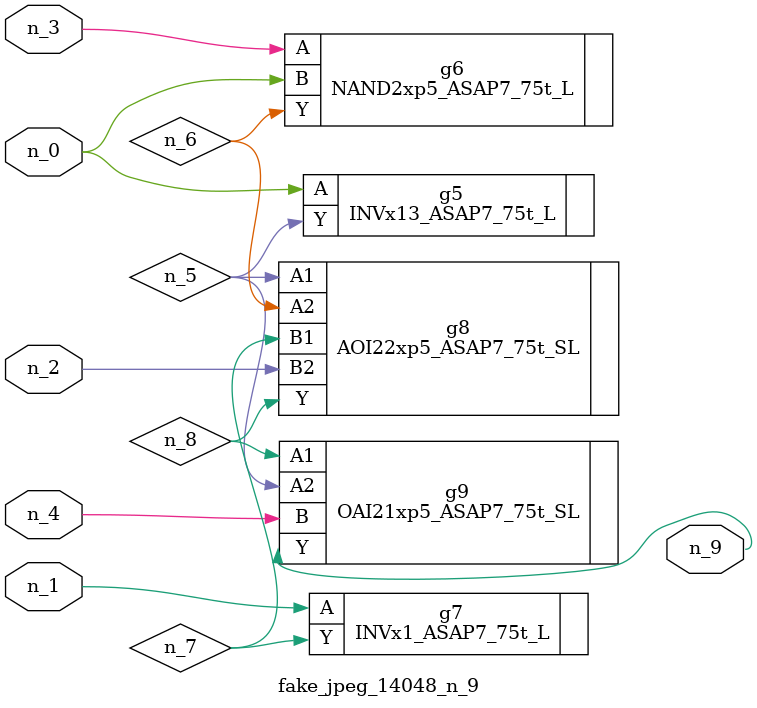
<source format=v>
module fake_jpeg_14048_n_9 (n_3, n_2, n_1, n_0, n_4, n_9);

input n_3;
input n_2;
input n_1;
input n_0;
input n_4;

output n_9;

wire n_8;
wire n_6;
wire n_5;
wire n_7;

INVx13_ASAP7_75t_L g5 ( 
.A(n_0),
.Y(n_5)
);

NAND2xp5_ASAP7_75t_L g6 ( 
.A(n_3),
.B(n_0),
.Y(n_6)
);

INVx1_ASAP7_75t_L g7 ( 
.A(n_1),
.Y(n_7)
);

AOI22xp5_ASAP7_75t_SL g8 ( 
.A1(n_5),
.A2(n_6),
.B1(n_7),
.B2(n_2),
.Y(n_8)
);

OAI21xp5_ASAP7_75t_SL g9 ( 
.A1(n_8),
.A2(n_5),
.B(n_4),
.Y(n_9)
);


endmodule
</source>
